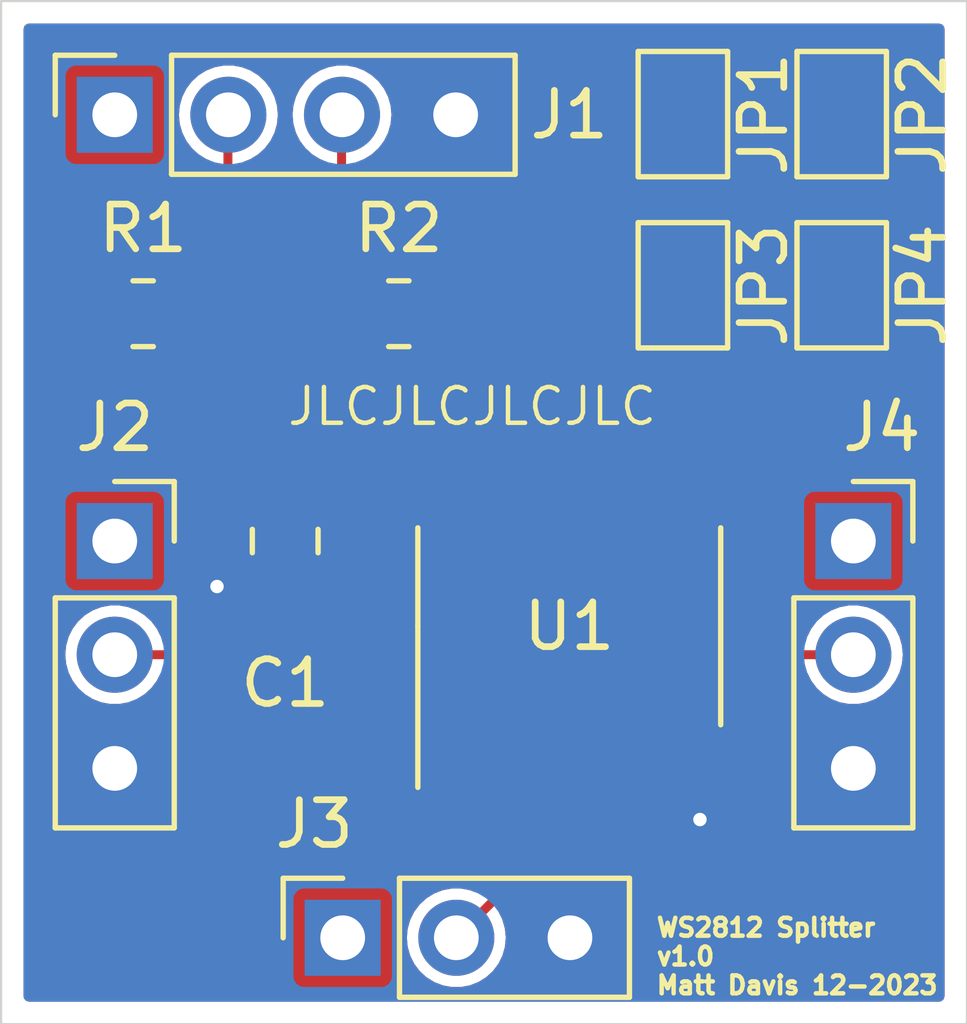
<source format=kicad_pcb>
(kicad_pcb (version 20221018) (generator pcbnew)
  (title_block (title "WS2812 Splitter") (date "2023-12-21") (rev "1.0") (company "Matt Davis"))
  (layers (0 "F.Cu" signal) (31 "B.Cu" signal) (34 "B.Paste" user) (35 "F.Paste" user) (36 "B.SilkS" user "B.Silkscreen") (37 "F.SilkS" user "F.Silkscreen") (38 "B.Mask" user) (39 "F.Mask" user) (44 "Edge.Cuts" user))
  (net 0 "")
  (net 1 "/VCC")
  (net 10 "/GND")
  (net 11 "/SDA")
  (net 12 "/SCL")
  (net 13 "/IN")
  (net 14 "/OUT1")
  (net 15 "/OUT2")
  (net 16 "/DELAY0")
  (net 17 "/DELAY1")
  (net 18 "/DELAY2")
  (net 19 "/DELAY3")
  (footprint "Connector_PinSocket_2.54mm:PinSocket_1x04_P2.54mm_Vertical" (layer "F.Cu") (at 83.185 60.325 90)
    (fp_text reference "J1" (at 0 10.16) (layer "F.SilkS"))
    (fp_text value "Programming" hide)
    (fp_line (start -1.33 1.27) (end -1.33 8.95) (stroke (width 0.12)) (layer "F.SilkS"))
    (fp_line (start -1.33 1.27) (end 1.33 1.27) (stroke (width 0.12)) (layer "F.SilkS"))
    (fp_line (start -1.33 8.95) (end 1.33 8.95) (stroke (width 0.12)) (layer "F.SilkS"))
    (fp_line (start 0 -1.33) (end 1.33 -1.33) (stroke (width 0.12)) (layer "F.SilkS"))
    (fp_line (start 1.33 -1.33) (end 1.33 0) (stroke (width 0.12)) (layer "F.SilkS"))
    (fp_line (start 1.33 1.27) (end 1.33 8.95) (stroke (width 0.12)) (layer "F.SilkS"))
    (pad "1" thru_hole rect (at 0 0 90) (size 1.7 1.7) (drill 1) (layers "*.Cu" "*.Mask") (net 1 "/VCC"))
    (pad "2" thru_hole oval (at 0 2.54 90) (size 1.7 1.7) (drill 1) (layers "*.Cu" "*.Mask") (net 11 "/SDA"))
    (pad "3" thru_hole oval (at 0 5.08 90) (size 1.7 1.7) (drill 1) (layers "*.Cu" "*.Mask") (net 12 "/SCL"))
    (pad "4" thru_hole oval (at 0 7.62 90) (size 1.7 1.7) (drill 1) (layers "*.Cu" "*.Mask") (net 10 "/GND"))
  )
  (footprint "Resistor_SMD:R_0805_2012Metric_Pad1.20x1.40mm_HandSolder" (layer "F.Cu") (at 89.535 64.77 180)
    (fp_text reference "R2" (at 0 1.905) (layer "F.SilkS"))
    (fp_text value "4K7" hide)
    (fp_line (start -0.227064 -0.735) (end 0.227064 -0.735) (stroke (width 0.12)) (layer "F.SilkS"))
    (fp_line (start -0.227064 0.735) (end 0.227064 0.735) (stroke (width 0.12)) (layer "F.SilkS"))
    (pad "1" smd roundrect (at -1 0 180) (size 1.2 1.4) (layers "F.Cu" "F.Paste" "F.Mask") (roundrect_rratio 0.2083333333) (net 1 "/VCC"))
    (pad "2" smd roundrect (at 1 0 180) (size 1.2 1.4) (layers "F.Cu" "F.Paste" "F.Mask") (roundrect_rratio 0.2083333333) (net 12 "/SCL"))
  )
  (footprint "Connector_PinSocket_2.54mm:PinSocket_1x03_P2.54mm_Vertical" (layer "F.Cu") (at 99.695 69.85)
    (fp_text reference "J4" (at 0.635 -2.54) (layer "F.SilkS"))
    (fp_text value "Data Out 1" hide)
    (fp_line (start -1.33 1.27) (end -1.33 6.41) (stroke (width 0.12)) (layer "F.SilkS"))
    (fp_line (start -1.33 1.27) (end 1.33 1.27) (stroke (width 0.12)) (layer "F.SilkS"))
    (fp_line (start -1.33 6.41) (end 1.33 6.41) (stroke (width 0.12)) (layer "F.SilkS"))
    (fp_line (start 0 -1.33) (end 1.33 -1.33) (stroke (width 0.12)) (layer "F.SilkS"))
    (fp_line (start 1.33 -1.33) (end 1.33 0) (stroke (width 0.12)) (layer "F.SilkS"))
    (fp_line (start 1.33 1.27) (end 1.33 6.41) (stroke (width 0.12)) (layer "F.SilkS"))
    (pad "1" thru_hole rect (at 0 0) (size 1.7 1.7) (drill 1) (layers "*.Cu" "*.Mask") (net 1 "/VCC"))
    (pad "2" thru_hole oval (at 0 2.54) (size 1.7 1.7) (drill 1) (layers "*.Cu" "*.Mask") (net 14 "/OUT1"))
    (pad "3" thru_hole oval (at 0 5.08) (size 1.7 1.7) (drill 1) (layers "*.Cu" "*.Mask") (net 10 "/GND"))
  )
  (footprint "Jumper:SolderJumper-2_P1.3mm_Open_Pad1.0x1.5mm" (layer "F.Cu") (at 99.435 64.135 -90)
    (fp_text reference "JP4" (at 0 -1.8 90) (layer "F.SilkS"))
    (fp_text value "Delay3" hide)
    (fp_line (start -1.4 -1) (end 1.4 -1) (stroke (width 0.12)) (layer "F.SilkS"))
    (fp_line (start -1.4 1) (end -1.4 -1) (stroke (width 0.12)) (layer "F.SilkS"))
    (fp_line (start 1.4 -1) (end 1.4 1) (stroke (width 0.12)) (layer "F.SilkS"))
    (fp_line (start 1.4 1) (end -1.4 1) (stroke (width 0.12)) (layer "F.SilkS"))
    (pad "1" smd rect (at -0.65 0 270) (size 1 1.5) (layers "F.Cu" "F.Mask") (net 1 "/VCC"))
    (pad "2" smd rect (at 0.65 0 270) (size 1 1.5) (layers "F.Cu" "F.Mask") (net 19 "/DELAY3"))
  )
  (footprint "Jumper:SolderJumper-2_P1.3mm_Open_Pad1.0x1.5mm" (layer "F.Cu") (at 95.885 60.31 -90)
    (fp_text reference "JP1" (at 0 -1.8 90) (layer "F.SilkS"))
    (fp_text value "Delay0" hide)
    (fp_line (start -1.4 -1) (end 1.4 -1) (stroke (width 0.12)) (layer "F.SilkS"))
    (fp_line (start -1.4 1) (end -1.4 -1) (stroke (width 0.12)) (layer "F.SilkS"))
    (fp_line (start 1.4 -1) (end 1.4 1) (stroke (width 0.12)) (layer "F.SilkS"))
    (fp_line (start 1.4 1) (end -1.4 1) (stroke (width 0.12)) (layer "F.SilkS"))
    (pad "1" smd rect (at -0.65 0 270) (size 1 1.5) (layers "F.Cu" "F.Mask") (net 1 "/VCC"))
    (pad "2" smd rect (at 0.65 0 270) (size 1 1.5) (layers "F.Cu" "F.Mask") (net 16 "/DELAY0"))
  )
  (footprint "Connector_PinSocket_2.54mm:PinSocket_1x03_P2.54mm_Vertical" (layer "F.Cu") (at 88.28 78.715 90)
    (fp_text reference "J3" (at 2.54 -0.635 180) (layer "F.SilkS"))
    (fp_text value "Data Out 2" hide)
    (fp_line (start -1.33 1.27) (end -1.33 6.41) (stroke (width 0.12)) (layer "F.SilkS"))
    (fp_line (start -1.33 1.27) (end 1.33 1.27) (stroke (width 0.12)) (layer "F.SilkS"))
    (fp_line (start -1.33 6.41) (end 1.33 6.41) (stroke (width 0.12)) (layer "F.SilkS"))
    (fp_line (start 0 -1.33) (end 1.33 -1.33) (stroke (width 0.12)) (layer "F.SilkS"))
    (fp_line (start 1.33 -1.33) (end 1.33 0) (stroke (width 0.12)) (layer "F.SilkS"))
    (fp_line (start 1.33 1.27) (end 1.33 6.41) (stroke (width 0.12)) (layer "F.SilkS"))
    (pad "1" thru_hole rect (at 0 0 90) (size 1.7 1.7) (drill 1) (layers "*.Cu" "*.Mask") (net 1 "/VCC"))
    (pad "2" thru_hole oval (at 0 2.54 90) (size 1.7 1.7) (drill 1) (layers "*.Cu" "*.Mask") (net 15 "/OUT2"))
    (pad "3" thru_hole oval (at 0 5.08 90) (size 1.7 1.7) (drill 1) (layers "*.Cu" "*.Mask") (net 10 "/GND"))
  )
  (footprint "Jumper:SolderJumper-2_P1.3mm_Open_Pad1.0x1.5mm" (layer "F.Cu") (at 99.435 60.31 -90)
    (fp_text reference "JP2" (at 0 -1.8 90) (layer "F.SilkS"))
    (fp_text value "Delay1" hide)
    (fp_line (start -1.4 -1) (end 1.4 -1) (stroke (width 0.12)) (layer "F.SilkS"))
    (fp_line (start -1.4 1) (end -1.4 -1) (stroke (width 0.12)) (layer "F.SilkS"))
    (fp_line (start 1.4 -1) (end 1.4 1) (stroke (width 0.12)) (layer "F.SilkS"))
    (fp_line (start 1.4 1) (end -1.4 1) (stroke (width 0.12)) (layer "F.SilkS"))
    (pad "1" smd rect (at -0.65 0 270) (size 1 1.5) (layers "F.Cu" "F.Mask") (net 1 "/VCC"))
    (pad "2" smd rect (at 0.65 0 270) (size 1 1.5) (layers "F.Cu" "F.Mask") (net 17 "/DELAY1"))
  )
  (footprint "Resistor_SMD:R_0805_2012Metric_Pad1.20x1.40mm_HandSolder" (layer "F.Cu") (at 83.82 64.77)
    (fp_text reference "R1" (at 0 -1.905) (layer "F.SilkS"))
    (fp_text value "4K7" hide)
    (fp_line (start -0.227064 -0.735) (end 0.227064 -0.735) (stroke (width 0.12)) (layer "F.SilkS"))
    (fp_line (start -0.227064 0.735) (end 0.227064 0.735) (stroke (width 0.12)) (layer "F.SilkS"))
    (pad "1" smd roundrect (at -1 0) (size 1.2 1.4) (layers "F.Cu" "F.Paste" "F.Mask") (roundrect_rratio 0.2083333333) (net 1 "/VCC"))
    (pad "2" smd roundrect (at 1 0) (size 1.2 1.4) (layers "F.Cu" "F.Paste" "F.Mask") (roundrect_rratio 0.2083333333) (net 11 "/SDA"))
  )
  (footprint "Capacitor_SMD:C_0805_2012Metric_Pad1.18x1.45mm_HandSolder" (layer "F.Cu") (at 86.995 69.85 -90)
    (fp_text reference "C1" (at 3.175 0 -180) (layer "F.SilkS"))
    (fp_text value "100nF" hide)
    (fp_line (start -0.261252 -0.735) (end 0.261252 -0.735) (stroke (width 0.12)) (layer "F.SilkS"))
    (fp_line (start -0.261252 0.735) (end 0.261252 0.735) (stroke (width 0.12)) (layer "F.SilkS"))
    (pad "1" smd roundrect (at -1.0375 0 270) (size 1.175 1.45) (layers "F.Cu" "F.Paste" "F.Mask") (roundrect_rratio 0.2127659574) (net 1 "/VCC"))
    (pad "2" smd roundrect (at 1.0375 0 270) (size 1.175 1.45) (layers "F.Cu" "F.Paste" "F.Mask") (roundrect_rratio 0.2127659574) (net 10 "/GND"))
  )
  (footprint "Jumper:SolderJumper-2_P1.3mm_Open_Pad1.0x1.5mm" (layer "F.Cu") (at 95.885 64.135 -90)
    (fp_text reference "JP3" (at 0 -1.8 90) (layer "F.SilkS"))
    (fp_text value "Delay2" hide)
    (fp_line (start -1.4 -1) (end 1.4 -1) (stroke (width 0.12)) (layer "F.SilkS"))
    (fp_line (start -1.4 1) (end -1.4 -1) (stroke (width 0.12)) (layer "F.SilkS"))
    (fp_line (start 1.4 -1) (end 1.4 1) (stroke (width 0.12)) (layer "F.SilkS"))
    (fp_line (start 1.4 1) (end -1.4 1) (stroke (width 0.12)) (layer "F.SilkS"))
    (pad "1" smd rect (at -0.65 0 270) (size 1 1.5) (layers "F.Cu" "F.Mask") (net 1 "/VCC"))
    (pad "2" smd rect (at 0.65 0 270) (size 1 1.5) (layers "F.Cu" "F.Mask") (net 18 "/DELAY2"))
  )
  (footprint "Connector_PinSocket_2.54mm:PinSocket_1x03_P2.54mm_Vertical" (layer "F.Cu") (at 83.185 69.85)
    (fp_text reference "J2" (at 0 -2.54) (layer "F.SilkS"))
    (fp_text value "Data In" hide)
    (fp_line (start -1.33 1.27) (end -1.33 6.41) (stroke (width 0.12)) (layer "F.SilkS"))
    (fp_line (start -1.33 1.27) (end 1.33 1.27) (stroke (width 0.12)) (layer "F.SilkS"))
    (fp_line (start -1.33 6.41) (end 1.33 6.41) (stroke (width 0.12)) (layer "F.SilkS"))
    (fp_line (start 0 -1.33) (end 1.33 -1.33) (stroke (width 0.12)) (layer "F.SilkS"))
    (fp_line (start 1.33 -1.33) (end 1.33 0) (stroke (width 0.12)) (layer "F.SilkS"))
    (fp_line (start 1.33 1.27) (end 1.33 6.41) (stroke (width 0.12)) (layer "F.SilkS"))
    (pad "1" thru_hole rect (at 0 0) (size 1.7 1.7) (drill 1) (layers "*.Cu" "*.Mask") (net 1 "/VCC"))
    (pad "2" thru_hole oval (at 0 2.54) (size 1.7 1.7) (drill 1) (layers "*.Cu" "*.Mask") (net 13 "/IN"))
    (pad "3" thru_hole oval (at 0 5.08) (size 1.7 1.7) (drill 1) (layers "*.Cu" "*.Mask") (net 10 "/GND"))
  )
  (footprint "Package_SO:TSSOP-20_4.4x6.5mm_P0.65mm" (layer "F.Cu") (at 93.345 71.755 90)
    (fp_text reference "U1" (at 0 0 180) (layer "F.SilkS"))
    (fp_text value "SLG46826G" hide)
    (fp_line (start 0 -3.385) (end -3.6 -3.385) (stroke (width 0.12)) (layer "F.SilkS"))
    (fp_line (start 0 -3.385) (end 2.2 -3.385) (stroke (width 0.12)) (layer "F.SilkS"))
    (fp_line (start 0 3.385) (end -2.2 3.385) (stroke (width 0.12)) (layer "F.SilkS"))
    (fp_line (start 0 3.385) (end 2.2 3.385) (stroke (width 0.12)) (layer "F.SilkS"))
    (pad "1" smd roundrect (at -2.8625 -2.925 90) (size 1.475 0.4) (layers "F.Cu" "F.Paste" "F.Mask") (net 13 "/IN"))
    (pad "2" smd roundrect (at -2.8625 -2.275 90) (size 1.475 0.4) (layers "F.Cu" "F.Paste" "F.Mask") (net 14 "/OUT1"))
    (pad "3" smd roundrect (at -2.8625 -1.625 90) (size 1.475 0.4) (layers "F.Cu" "F.Paste" "F.Mask") (net 15 "/OUT2"))
    (pad "4" smd roundrect (at -2.8625 -0.975 90) (size 1.475 0.4) (layers "F.Cu" "F.Paste" "F.Mask"))
    (pad "5" smd roundrect (at -2.8625 -0.325 90) (size 1.475 0.4) (layers "F.Cu" "F.Paste" "F.Mask"))
    (pad "6" smd roundrect (at -2.8625 0.325 90) (size 1.475 0.4) (layers "F.Cu" "F.Paste" "F.Mask"))
    (pad "7" smd roundrect (at -2.8625 0.975 90) (size 1.475 0.4) (layers "F.Cu" "F.Paste" "F.Mask") (net 1 "/VCC"))
    (pad "8" smd roundrect (at -2.8625 1.625 90) (size 1.475 0.4) (layers "F.Cu" "F.Paste" "F.Mask"))
    (pad "9" smd roundrect (at -2.8625 2.275 90) (size 1.475 0.4) (layers "F.Cu" "F.Paste" "F.Mask"))
    (pad "10" smd roundrect (at -2.8625 2.925 90) (size 1.475 0.4) (layers "F.Cu" "F.Paste" "F.Mask") (net 10 "/GND"))
    (pad "11" smd roundrect (at 2.8625 2.925 90) (size 1.475 0.4) (layers "F.Cu" "F.Paste" "F.Mask"))
    (pad "12" smd roundrect (at 2.8625 2.275 90) (size 1.475 0.4) (layers "F.Cu" "F.Paste" "F.Mask") (net 11 "/SDA"))
    (pad "13" smd roundrect (at 2.8625 1.625 90) (size 1.475 0.4) (layers "F.Cu" "F.Paste" "F.Mask") (net 12 "/SCL"))
    (pad "14" smd roundrect (at 2.8625 0.975 90) (size 1.475 0.4) (layers "F.Cu" "F.Paste" "F.Mask"))
    (pad "15" smd roundrect (at 2.8625 0.325 90) (size 1.475 0.4) (layers "F.Cu" "F.Paste" "F.Mask"))
    (pad "16" smd roundrect (at 2.8625 -0.325 90) (size 1.475 0.4) (layers "F.Cu" "F.Paste" "F.Mask") (net 19 "/DELAY3"))
    (pad "17" smd roundrect (at 2.8625 -0.975 90) (size 1.475 0.4) (layers "F.Cu" "F.Paste" "F.Mask") (net 18 "/DELAY2"))
    (pad "18" smd roundrect (at 2.8625 -1.625 90) (size 1.475 0.4) (layers "F.Cu" "F.Paste" "F.Mask") (net 17 "/DELAY1"))
    (pad "19" smd roundrect (at 2.8625 -2.275 90) (size 1.475 0.4) (layers "F.Cu" "F.Paste" "F.Mask") (net 16 "/DELAY0"))
    (pad "20" smd roundrect (at 2.8625 -2.925 90) (size 1.475 0.4) (layers "F.Cu" "F.Paste" "F.Mask") (net 1 "/VCC"))
  )
  (gr_rect (start 80.645 57.785) (end 102.235 80.645) (stroke (width 0.05)) (fill none) (layer "Edge.Cuts"))
  (gr_text "JLCJLCJLCJLC" (at 86.995 67.31) (layer "F.SilkS") (effects (font (size 0.8 0.8) (thickness 0.1)) (justify left bottom)))
  (gr_text "WS2812 Splitter\nv1.0\nMatt Davis 12-2023" (at 95.25 80.01) (layer "F.SilkS") (effects (font (size 0.4 0.4) (thickness 0.1)) (justify left bottom)))
  (segment (start 96.27 76.069) (end 96.266 76.073) (width 0.2) (layer "F.Cu") (net 10))
  (segment (start 85.4925 70.8875) (end 85.471 70.866) (width 0.2) (layer "F.Cu") (net 10))
  (segment (start 86.995 70.8875) (end 85.4925 70.8875) (width 0.2) (layer "F.Cu") (net 10))
  (segment (start 96.27 74.6175) (end 96.27 76.069) (width 0.2) (layer "F.Cu") (net 10))
  (via (at 85.471 70.866) (size 0.6) (drill 0.3) (layers "F.Cu" "B.Cu") (net 10))
  (via (at 96.266 76.073) (size 0.6) (drill 0.3) (layers "F.Cu" "B.Cu") (net 10))
  (segment (start 85.715 60.325) (end 85.715 63.875) (width 0.2) (layer "F.Cu") (net 11))
  (segment (start 94.615 71.12) (end 95.62 70.115) (width 0.2) (layer "F.Cu") (net 11))
  (segment (start 95.62 70.115) (end 95.62 68.8925) (width 0.2) (layer "F.Cu") (net 11))
  (segment (start 84.82 64.77) (end 88.265 68.215) (width 0.2) (layer "F.Cu") (net 11))
  (segment (start 88.265 71.12) (end 94.615 71.12) (width 0.2) (layer "F.Cu") (net 11))
  (segment (start 88.265 68.215) (end 88.265 71.12) (width 0.2) (layer "F.Cu") (net 11))
  (segment (start 85.715 63.875) (end 84.82 64.77) (width 0.2) (layer "F.Cu") (net 11))
  (segment (start 88.9 66.675) (end 88.9 70.485) (width 0.2) (layer "F.Cu") (net 12))
  (segment (start 88.255 64.49) (end 88.535 64.77) (width 0.2) (layer "F.Cu") (net 12))
  (segment (start 88.535 64.77) (end 88.535 66.31) (width 0.2) (layer "F.Cu") (net 12))
  (segment (start 94.97 69.629999) (end 94.97 68.8925) (width 0.2) (layer "F.Cu") (net 12))
  (segment (start 88.255 60.325) (end 88.255 64.49) (width 0.2) (layer "F.Cu") (net 12))
  (segment (start 88.535 66.31) (end 88.9 66.675) (width 0.2) (layer "F.Cu") (net 12))
  (segment (start 94.114999 70.485) (end 94.97 69.629999) (width 0.2) (layer "F.Cu") (net 12))
  (segment (start 88.9 70.485) (end 94.114999 70.485) (width 0.2) (layer "F.Cu") (net 12))
  (segment (start 90.42 74.6175) (end 90.42 73.275) (width 0.2) (layer "F.Cu") (net 13))
  (segment (start 90.42 73.275) (end 89.535 72.39) (width 0.2) (layer "F.Cu") (net 13))
  (segment (start 89.535 72.39) (end 83.82 72.39) (width 0.2) (layer "F.Cu") (net 13))
  (segment (start 92.075 72.39) (end 99.695 72.39) (width 0.2) (layer "F.Cu") (net 14))
  (segment (start 91.07 74.6175) (end 91.07 73.395) (width 0.2) (layer "F.Cu") (net 14))
  (segment (start 91.07 73.395) (end 92.075 72.39) (width 0.2) (layer "F.Cu") (net 14))
  (segment (start 90.82 78.715) (end 91.72 77.815) (width 0.2) (layer "F.Cu") (net 15))
  (segment (start 91.72 77.815) (end 91.72 74.6175) (width 0.2) (layer "F.Cu") (net 15))
  (segment (start 91.07 68.8925) (end 91.07 65.819744) (width 0.2) (layer "F.Cu") (net 16))
  (segment (start 95.885 60.96) (end 93.98 60.96) (width 0.2) (layer "F.Cu") (net 16))
  (segment (start 91.07 65.819744) (end 93.98 62.909744) (width 0.2) (layer "F.Cu") (net 16))
  (segment (start 93.98 62.909744) (end 93.98 60.96) (width 0.2) (layer "F.Cu") (net 16))
  (segment (start 91.72 65.76) (end 91.72 68.8925) (width 0.2) (layer "F.Cu") (net 17))
  (segment (start 99.435 60.96) (end 99.435 61.855) (width 0.2) (layer "F.Cu") (net 17))
  (segment (start 99.06 62.23) (end 95.25 62.23) (width 0.2) (layer "F.Cu") (net 17))
  (segment (start 95.25 62.23) (end 91.72 65.76) (width 0.2) (layer "F.Cu") (net 17))
  (segment (start 99.435 61.855) (end 99.06 62.23) (width 0.2) (layer "F.Cu") (net 17))
  (segment (start 94.6 64.785) (end 95.885 64.785) (width 0.2) (layer "F.Cu") (net 18))
  (segment (start 92.37 68.8925) (end 92.37 67.015) (width 0.2) (layer "F.Cu") (net 18))
  (segment (start 92.37 67.015) (end 94.6 64.785) (width 0.2) (layer "F.Cu") (net 18))
  (segment (start 95.135001 66.04) (end 99.06 66.04) (width 0.2) (layer "F.Cu") (net 19))
  (segment (start 93.02 68.8925) (end 93.02 68.155001) (width 0.2) (layer "F.Cu") (net 19))
  (segment (start 93.02 68.155001) (end 95.135001 66.04) (width 0.2) (layer "F.Cu") (net 19))
  (segment (start 99.06 66.04) (end 99.435 65.665) (width 0.2) (layer "F.Cu") (net 19))
  (segment (start 99.435 65.665) (end 99.435 64.785) (width 0.2) (layer "F.Cu") (net 19))
  (zone (net 1) (net_name "/VCC") (layer "F.Cu") (connect_pads yes (clearance 0.25)) (min_thickness 0.25) (fill yes (thermal_gap 0.25) (thermal_bridge_width 0.25))
    (polygon (pts (xy 80.645 57.785) (xy 102.235 57.785) (xy 102.235 80.645) (xy 80.645 80.645)))
  )
  (zone (net 10) (net_name "/GND") (layer "B.Cu") (priority 1) (connect_pads yes (clearance 0.25)) (min_thickness 0.25) (fill yes (thermal_gap 0.5) (thermal_bridge_width 0.5))
    (polygon (pts (xy 80.645 57.785) (xy 102.235 57.785) (xy 102.235 80.645) (xy 80.645 80.645)))
  )
)
</source>
